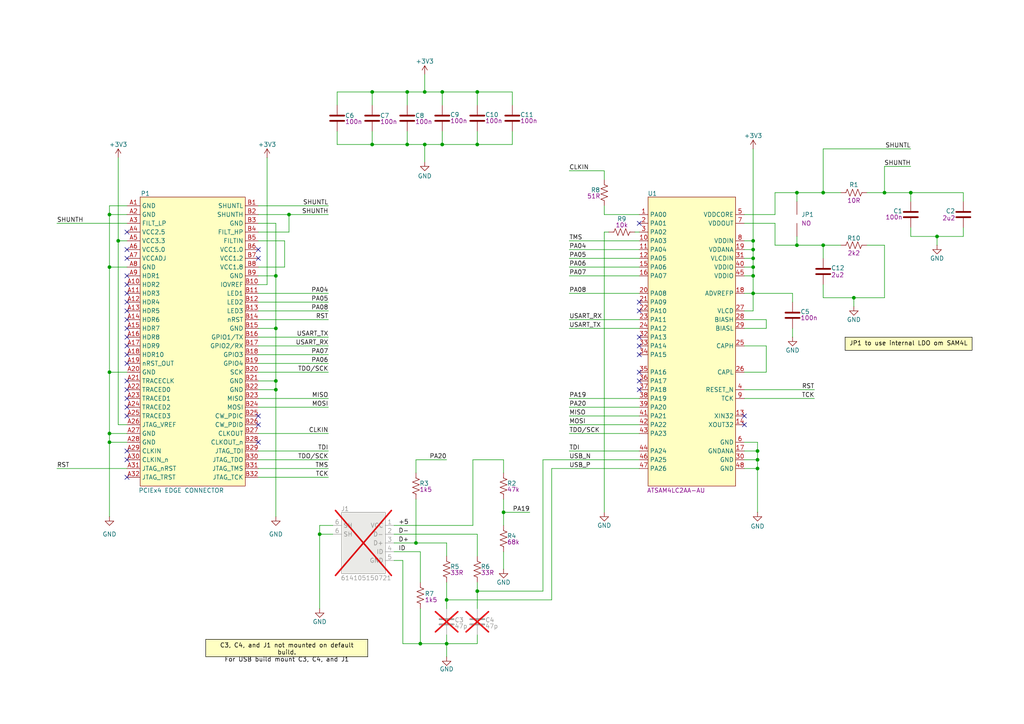
<source format=kicad_sch>
(kicad_sch (version 20231120) (generator "eeschema") (generator_version "8.0")
  (paper "A4")
  (junction (at 120.65 157.48))
  (junction (at 231.14 55.88))
  (junction (at 80.01 80.01))
  (junction (at 34.29 69.85))
  (junction (at 218.44 85.09))
  (junction (at 107.95 41.91))
  (junction (at 219.71 130.81))
  (junction (at 31.75 107.95))
  (junction (at 123.19 26.67))
  (junction (at 138.43 26.67))
  (junction (at 31.75 62.23))
  (junction (at 146.05 148.59))
  (junction (at 80.01 110.49))
  (junction (at 219.71 133.35))
  (junction (at 219.71 135.89))
  (junction (at 121.92 186.69))
  (junction (at 218.44 69.85))
  (junction (at 271.78 68.58))
  (junction (at 238.76 71.12))
  (junction (at 80.01 95.25))
  (junction (at 231.14 71.12))
  (junction (at 31.75 125.73))
  (junction (at 138.43 41.91))
  (junction (at 31.75 128.27))
  (junction (at 218.44 74.93))
  (junction (at 107.95 26.67))
  (junction (at 128.27 26.67))
  (junction (at 128.27 41.91))
  (junction (at 247.65 86.36))
  (junction (at 238.76 55.88))
  (junction (at 118.11 41.91))
  (junction (at 129.54 173.99))
  (junction (at 92.71 154.94))
  (junction (at 118.11 26.67))
  (junction (at 80.01 113.03))
  (junction (at 31.75 77.47))
  (junction (at 218.44 72.39))
  (junction (at 129.54 186.69))
  (junction (at 218.44 80.01))
  (junction (at 123.19 41.91))
  (junction (at 83.82 62.23))
  (junction (at 138.43 171.45))
  (junction (at 264.16 55.88))
  (junction (at 256.54 55.88))
  (junction (at 218.44 77.47))
  (no_connect (at 74.93 123.19))
  (no_connect (at 36.83 87.63))
  (no_connect (at 36.83 67.31))
  (no_connect (at 36.83 115.57))
  (no_connect (at 36.83 105.41))
  (no_connect (at 36.83 72.39))
  (no_connect (at 185.42 90.17))
  (no_connect (at 36.83 138.43))
  (no_connect (at 185.42 64.77))
  (no_connect (at 36.83 85.09))
  (no_connect (at 36.83 133.35))
  (no_connect (at 36.83 113.03))
  (no_connect (at 185.42 107.95))
  (no_connect (at 36.83 95.25))
  (no_connect (at 36.83 82.55))
  (no_connect (at 36.83 130.81))
  (no_connect (at 215.9 123.19))
  (no_connect (at 36.83 102.87))
  (no_connect (at 36.83 118.11))
  (no_connect (at 74.93 72.39))
  (no_connect (at 215.9 120.65))
  (no_connect (at 36.83 90.17))
  (no_connect (at 74.93 128.27))
  (no_connect (at 185.42 113.03))
  (no_connect (at 36.83 92.71))
  (no_connect (at 36.83 74.93))
  (no_connect (at 74.93 74.93))
  (no_connect (at 185.42 97.79))
  (no_connect (at 36.83 97.79))
  (no_connect (at 74.93 120.65))
  (no_connect (at 36.83 110.49))
  (no_connect (at 185.42 87.63))
  (no_connect (at 185.42 102.87))
  (no_connect (at 185.42 100.33))
  (no_connect (at 36.83 80.01))
  (no_connect (at 185.42 110.49))
  (no_connect (at 36.83 100.33))
  (no_connect (at 36.83 120.65))
  (wire (pts (xy 118.11 41.91) (xy 123.19 41.91)))
  (wire (pts (xy 215.9 133.35) (xy 219.71 133.35)))
  (wire (pts (xy 97.79 38.1) (xy 97.79 41.91)))
  (wire (pts (xy 120.65 144.78) (xy 120.65 157.48)))
  (wire (pts (xy 31.75 107.95) (xy 31.75 125.73)))
  (wire (pts (xy 160.02 173.99) (xy 129.54 173.99)))
  (wire (pts (xy 247.65 86.36) (xy 256.54 86.36)))
  (wire (pts (xy 215.9 113.03) (xy 236.22 113.03)))
  (wire (pts (xy 218.44 90.17) (xy 218.44 85.09)))
  (wire (pts (xy 256.54 71.12) (xy 256.54 86.36)))
  (wire (pts (xy 215.9 100.33) (xy 222.25 100.33)))
  (wire (pts (xy 264.16 55.88) (xy 264.16 58.42)))
  (wire (pts (xy 121.92 160.02) (xy 121.92 168.91)))
  (wire (pts (xy 97.79 26.67) (xy 107.95 26.67)))
  (wire (pts (xy 128.27 41.91) (xy 138.43 41.91)))
  (wire (pts (xy 264.16 66.04) (xy 264.16 68.58)))
  (wire (pts (xy 114.3 157.48) (xy 120.65 157.48)))
  (wire (pts (xy 74.93 133.35) (xy 95.25 133.35)))
  (wire (pts (xy 80.01 64.77) (xy 80.01 80.01)))
  (wire (pts (xy 114.3 162.56) (xy 116.84 162.56)))
  (wire (pts (xy 175.26 62.23) (xy 185.42 62.23)))
  (wire (pts (xy 238.76 43.18) (xy 264.16 43.18)))
  (wire (pts (xy 215.9 64.77) (xy 224.79 64.77)))
  (wire (pts (xy 74.93 130.81) (xy 95.25 130.81)))
  (wire (pts (xy 215.9 74.93) (xy 218.44 74.93)))
  (wire (pts (xy 247.65 86.36) (xy 247.65 88.9)))
  (wire (pts (xy 229.87 95.25) (xy 229.87 97.79)))
  (wire (pts (xy 128.27 26.67) (xy 128.27 30.48)))
  (wire (pts (xy 36.83 123.19) (xy 34.29 123.19)))
  (wire (pts (xy 238.76 55.88) (xy 243.84 55.88)))
  (wire (pts (xy 92.71 154.94) (xy 92.71 176.53)))
  (wire (pts (xy 218.44 85.09) (xy 229.87 85.09)))
  (wire (pts (xy 231.14 55.88) (xy 231.14 58.42)))
  (wire (pts (xy 218.44 72.39) (xy 218.44 74.93)))
  (wire (pts (xy 34.29 45.72) (xy 34.29 69.85)))
  (wire (pts (xy 114.3 154.94) (xy 138.43 154.94)))
  (wire (pts (xy 160.02 135.89) (xy 185.42 135.89)))
  (wire (pts (xy 16.51 135.89) (xy 36.83 135.89)))
  (wire (pts (xy 74.93 107.95) (xy 95.25 107.95)))
  (wire (pts (xy 224.79 55.88) (xy 231.14 55.88)))
  (wire (pts (xy 256.54 55.88) (xy 256.54 48.26)))
  (wire (pts (xy 146.05 148.59) (xy 146.05 152.4)))
  (wire (pts (xy 148.59 26.67) (xy 148.59 30.48)))
  (wire (pts (xy 175.26 62.23) (xy 175.26 59.69)))
  (wire (pts (xy 137.16 152.4) (xy 137.16 133.35)))
  (wire (pts (xy 82.55 77.47) (xy 74.93 77.47)))
  (wire (pts (xy 165.1 95.25) (xy 185.42 95.25)))
  (wire (pts (xy 129.54 186.69) (xy 138.43 186.69)))
  (wire (pts (xy 271.78 68.58) (xy 271.78 71.12)))
  (wire (pts (xy 123.19 26.67) (xy 128.27 26.67)))
  (wire (pts (xy 107.95 41.91) (xy 118.11 41.91)))
  (wire (pts (xy 82.55 69.85) (xy 82.55 77.47)))
  (wire (pts (xy 218.44 74.93) (xy 218.44 77.47)))
  (wire (pts (xy 74.93 115.57) (xy 95.25 115.57)))
  (wire (pts (xy 31.75 125.73) (xy 36.83 125.73)))
  (wire (pts (xy 219.71 133.35) (xy 219.71 135.89)))
  (wire (pts (xy 231.14 55.88) (xy 238.76 55.88)))
  (wire (pts (xy 36.83 59.69) (xy 31.75 59.69)))
  (wire (pts (xy 123.19 21.59) (xy 123.19 26.67)))
  (wire (pts (xy 74.93 102.87) (xy 95.25 102.87)))
  (wire (pts (xy 218.44 43.18) (xy 218.44 69.85)))
  (wire (pts (xy 107.95 26.67) (xy 107.95 30.48)))
  (wire (pts (xy 31.75 59.69) (xy 31.75 62.23)))
  (wire (pts (xy 83.82 67.31) (xy 83.82 62.23)))
  (wire (pts (xy 74.93 113.03) (xy 80.01 113.03)))
  (wire (pts (xy 74.93 90.17) (xy 95.25 90.17)))
  (wire (pts (xy 215.9 62.23) (xy 224.79 62.23)))
  (wire (pts (xy 218.44 85.09) (xy 218.44 80.01)))
  (wire (pts (xy 224.79 71.12) (xy 231.14 71.12)))
  (wire (pts (xy 34.29 123.19) (xy 34.29 69.85)))
  (wire (pts (xy 264.16 68.58) (xy 271.78 68.58)))
  (wire (pts (xy 224.79 64.77) (xy 224.79 71.12)))
  (wire (pts (xy 165.1 74.93) (xy 185.42 74.93)))
  (wire (pts (xy 165.1 120.65) (xy 185.42 120.65)))
  (wire (pts (xy 123.19 41.91) (xy 128.27 41.91)))
  (wire (pts (xy 146.05 144.78) (xy 146.05 148.59)))
  (wire (pts (xy 215.9 85.09) (xy 218.44 85.09)))
  (wire (pts (xy 215.9 72.39) (xy 218.44 72.39)))
  (wire (pts (xy 138.43 168.91) (xy 138.43 171.45)))
  (wire (pts (xy 138.43 26.67) (xy 138.43 30.48)))
  (wire (pts (xy 31.75 125.73) (xy 31.75 128.27)))
  (wire (pts (xy 218.44 77.47) (xy 218.44 80.01)))
  (wire (pts (xy 219.71 128.27) (xy 215.9 128.27)))
  (wire (pts (xy 219.71 128.27) (xy 219.71 130.81)))
  (wire (pts (xy 215.9 92.71) (xy 222.25 92.71)))
  (wire (pts (xy 74.93 100.33) (xy 95.25 100.33)))
  (wire (pts (xy 146.05 148.59) (xy 153.67 148.59)))
  (wire (pts (xy 74.93 118.11) (xy 95.25 118.11)))
  (wire (pts (xy 129.54 157.48) (xy 129.54 161.29)))
  (wire (pts (xy 165.1 125.73) (xy 185.42 125.73)))
  (wire (pts (xy 31.75 128.27) (xy 36.83 128.27)))
  (wire (pts (xy 74.93 80.01) (xy 80.01 80.01)))
  (wire (pts (xy 138.43 171.45) (xy 138.43 176.53)))
  (wire (pts (xy 165.1 77.47) (xy 185.42 77.47)))
  (wire (pts (xy 74.93 138.43) (xy 95.25 138.43)))
  (wire (pts (xy 165.1 123.19) (xy 185.42 123.19)))
  (wire (pts (xy 77.47 82.55) (xy 74.93 82.55)))
  (wire (pts (xy 165.1 72.39) (xy 185.42 72.39)))
  (wire (pts (xy 165.1 80.01) (xy 185.42 80.01)))
  (wire (pts (xy 74.93 125.73) (xy 95.25 125.73)))
  (wire (pts (xy 121.92 186.69) (xy 129.54 186.69)))
  (wire (pts (xy 165.1 49.53) (xy 175.26 49.53)))
  (wire (pts (xy 251.46 71.12) (xy 256.54 71.12)))
  (wire (pts (xy 215.9 90.17) (xy 218.44 90.17)))
  (wire (pts (xy 118.11 38.1) (xy 118.11 41.91)))
  (wire (pts (xy 215.9 69.85) (xy 218.44 69.85)))
  (wire (pts (xy 74.93 59.69) (xy 95.25 59.69)))
  (wire (pts (xy 264.16 55.88) (xy 279.4 55.88)))
  (wire (pts (xy 92.71 152.4) (xy 92.71 154.94)))
  (wire (pts (xy 165.1 115.57) (xy 185.42 115.57)))
  (wire (pts (xy 165.1 118.11) (xy 185.42 118.11)))
  (wire (pts (xy 31.75 62.23) (xy 36.83 62.23)))
  (wire (pts (xy 165.1 85.09) (xy 185.42 85.09)))
  (wire (pts (xy 165.1 92.71) (xy 185.42 92.71)))
  (wire (pts (xy 120.65 133.35) (xy 129.54 133.35)))
  (wire (pts (xy 184.15 67.31) (xy 185.42 67.31)))
  (wire (pts (xy 146.05 133.35) (xy 146.05 137.16)))
  (wire (pts (xy 138.43 186.69) (xy 138.43 184.15)))
  (wire (pts (xy 238.76 55.88) (xy 238.76 43.18)))
  (wire (pts (xy 120.65 157.48) (xy 129.54 157.48)))
  (wire (pts (xy 251.46 55.88) (xy 256.54 55.88)))
  (wire (pts (xy 74.93 105.41) (xy 95.25 105.41)))
  (wire (pts (xy 238.76 71.12) (xy 238.76 74.93)))
  (wire (pts (xy 238.76 86.36) (xy 247.65 86.36)))
  (wire (pts (xy 80.01 80.01) (xy 80.01 95.25)))
  (wire (pts (xy 231.14 71.12) (xy 238.76 71.12)))
  (wire (pts (xy 116.84 186.69) (xy 121.92 186.69)))
  (wire (pts (xy 31.75 77.47) (xy 31.75 107.95)))
  (wire (pts (xy 238.76 82.55) (xy 238.76 86.36)))
  (wire (pts (xy 218.44 69.85) (xy 218.44 72.39)))
  (wire (pts (xy 31.75 128.27) (xy 31.75 149.86)))
  (wire (pts (xy 74.93 87.63) (xy 95.25 87.63)))
  (wire (pts (xy 96.52 154.94) (xy 92.71 154.94)))
  (wire (pts (xy 129.54 184.15) (xy 129.54 186.69)))
  (wire (pts (xy 80.01 64.77) (xy 74.93 64.77)))
  (wire (pts (xy 107.95 38.1) (xy 107.95 41.91)))
  (wire (pts (xy 74.93 69.85) (xy 82.55 69.85)))
  (wire (pts (xy 129.54 173.99) (xy 129.54 176.53)))
  (wire (pts (xy 137.16 133.35) (xy 146.05 133.35)))
  (wire (pts (xy 215.9 115.57) (xy 236.22 115.57)))
  (wire (pts (xy 31.75 62.23) (xy 31.75 77.47)))
  (wire (pts (xy 218.44 80.01) (xy 215.9 80.01)))
  (wire (pts (xy 80.01 110.49) (xy 80.01 113.03)))
  (wire (pts (xy 118.11 26.67) (xy 123.19 26.67)))
  (wire (pts (xy 120.65 137.16) (xy 120.65 133.35)))
  (wire (pts (xy 77.47 45.72) (xy 77.47 82.55)))
  (wire (pts (xy 160.02 135.89) (xy 160.02 173.99)))
  (wire (pts (xy 74.93 135.89) (xy 95.25 135.89)))
  (wire (pts (xy 157.48 133.35) (xy 157.48 171.45)))
  (wire (pts (xy 138.43 41.91) (xy 148.59 41.91)))
  (wire (pts (xy 138.43 38.1) (xy 138.43 41.91)))
  (wire (pts (xy 114.3 152.4) (xy 137.16 152.4)))
  (wire (pts (xy 165.1 130.81) (xy 185.42 130.81)))
  (wire (pts (xy 219.71 135.89) (xy 219.71 148.59)))
  (wire (pts (xy 97.79 41.91) (xy 107.95 41.91)))
  (wire (pts (xy 175.26 49.53) (xy 175.26 52.07)))
  (wire (pts (xy 175.26 67.31) (xy 175.26 148.59)))
  (wire (pts (xy 224.79 62.23) (xy 224.79 55.88)))
  (wire (pts (xy 215.9 130.81) (xy 219.71 130.81)))
  (wire (pts (xy 96.52 152.4) (xy 92.71 152.4)))
  (wire (pts (xy 148.59 41.91) (xy 148.59 38.1)))
  (wire (pts (xy 175.26 67.31) (xy 176.53 67.31)))
  (wire (pts (xy 74.93 95.25) (xy 80.01 95.25)))
  (wire (pts (xy 222.25 92.71) (xy 222.25 95.25)))
  (wire (pts (xy 74.93 62.23) (xy 83.82 62.23)))
  (wire (pts (xy 215.9 135.89) (xy 219.71 135.89)))
  (wire (pts (xy 114.3 160.02) (xy 121.92 160.02)))
  (wire (pts (xy 222.25 107.95) (xy 215.9 107.95)))
  (wire (pts (xy 80.01 95.25) (xy 80.01 110.49)))
  (wire (pts (xy 16.51 64.77) (xy 36.83 64.77)))
  (wire (pts (xy 36.83 69.85) (xy 34.29 69.85)))
  (wire (pts (xy 74.93 85.09) (xy 95.25 85.09)))
  (wire (pts (xy 83.82 62.23) (xy 95.25 62.23)))
  (wire (pts (xy 157.48 133.35) (xy 185.42 133.35)))
  (wire (pts (xy 129.54 186.69) (xy 129.54 190.5)))
  (wire (pts (xy 129.54 168.91) (xy 129.54 173.99)))
  (wire (pts (xy 123.19 41.91) (xy 123.19 46.99)))
  (wire (pts (xy 256.54 55.88) (xy 264.16 55.88)))
  (wire (pts (xy 229.87 85.09) (xy 229.87 87.63)))
  (wire (pts (xy 31.75 77.47) (xy 36.83 77.47)))
  (wire (pts (xy 121.92 176.53) (xy 121.92 186.69)))
  (wire (pts (xy 219.71 130.81) (xy 219.71 133.35)))
  (wire (pts (xy 222.25 100.33) (xy 222.25 107.95)))
  (wire (pts (xy 231.14 71.12) (xy 231.14 68.58)))
  (wire (pts (xy 74.93 110.49) (xy 80.01 110.49)))
  (wire (pts (xy 279.4 55.88) (xy 279.4 58.42)))
  (wire (pts (xy 271.78 68.58) (xy 279.4 68.58)))
  (wire (pts (xy 118.11 26.67) (xy 118.11 30.48)))
  (wire (pts (xy 128.27 26.67) (xy 138.43 26.67)))
  (wire (pts (xy 222.25 95.25) (xy 215.9 95.25)))
  (wire (pts (xy 74.93 92.71) (xy 95.25 92.71)))
  (wire (pts (xy 157.48 171.45) (xy 138.43 171.45)))
  (wire (pts (xy 146.05 160.02) (xy 146.05 165.1)))
  (wire (pts (xy 31.75 107.95) (xy 36.83 107.95)))
  (wire (pts (xy 74.93 67.31) (xy 83.82 67.31)))
  (wire (pts (xy 238.76 71.12) (xy 243.84 71.12)))
  (wire (pts (xy 97.79 30.48) (xy 97.79 26.67)))
  (wire (pts (xy 74.93 97.79) (xy 95.25 97.79)))
  (wire (pts (xy 80.01 113.03) (xy 80.01 149.86)))
  (wire (pts (xy 215.9 77.47) (xy 218.44 77.47)))
  (wire (pts (xy 116.84 162.56) (xy 116.84 186.69)))
  (wire (pts (xy 256.54 48.26) (xy 264.16 48.26)))
  (wire (pts (xy 128.27 38.1) (xy 128.27 41.91)))
  (wire (pts (xy 165.1 69.85) (xy 185.42 69.85)))
  (wire (pts (xy 279.4 68.58) (xy 279.4 66.04)))
  (wire (pts (xy 107.95 26.67) (xy 118.11 26.67)))
  (wire (pts (xy 138.43 26.67) (xy 148.59 26.67)))
  (wire (pts (xy 138.43 154.94) (xy 138.43 161.29)))
  (text_box "JP1 to use internal LDO om SAM4L" (at 245.11 97.79 0) (size 36.83 3.81) (stroke (width 0) (color 0 0 0 1)) (fill (type color) (color 255 255 194 1)) (effects (font (size 1.27 1.27)) (justify top)))
  (text_box "C3, C4, and J1 not mounted on default build. \nFor USB build mount C3, C4, and J1" (at 59.69 185.42 0) (size 46.99 5.08) (stroke (width 0) (color 0 0 0 1)) (fill (type color) (color 255 255 194 1)) (effects (font (size 1.27 1.27)) (justify top)))
  (label "SHUNTL" (at 95.25 59.69 180))
  (label "USART_TX" (at 165.1 95.25 0))
  (label "D-" (at 115.57 154.94 0))
  (label "MISO" (at 165.1 120.65 0))
  (label "PA07" (at 165.1 80.01 0))
  (label "USB_P" (at 165.1 135.89 0))
  (label "PA20" (at 129.54 133.35 180))
  (label "TCK" (at 95.25 138.43 180))
  (label "PA07" (at 95.25 102.87 180))
  (label "PA06" (at 165.1 77.47 0))
  (label "PA08" (at 95.25 90.17 180))
  (label "USART_RX" (at 165.1 92.71 0))
  (label "CLKIN" (at 165.1 49.53 0))
  (label "RST" (at 16.51 135.89 0))
  (label "PA20" (at 165.1 118.11 0))
  (label "USART_RX" (at 95.25 100.33 180))
  (label "TDI" (at 165.1 130.81 0))
  (label "PA04" (at 165.1 72.39 0))
  (label "RST" (at 95.25 92.71 180))
  (label "TDO{slash}SCK" (at 165.1 125.73 0))
  (label "+5" (at 115.57 152.4 0))
  (label "MOSI" (at 95.25 118.11 180))
  (label "PA19" (at 165.1 115.57 0))
  (label "D+" (at 115.57 157.48 0))
  (label "PA05" (at 95.25 87.63 180))
  (label "SHUNTL" (at 264.16 43.18 180))
  (label "PA05" (at 165.1 74.93 0))
  (label "TDO{slash}SCK" (at 95.25 133.35 180))
  (label "TMS" (at 95.25 135.89 180))
  (label "CLKIN" (at 95.25 125.73 180))
  (label "USB_N" (at 165.1 133.35 0))
  (label "TDI" (at 95.25 130.81 180))
  (label "PA19" (at 153.67 148.59 180))
  (label "RST" (at 236.22 113.03 180))
  (label "SHUNTH" (at 16.51 64.77 0))
  (label "MISO" (at 95.25 115.57 180))
  (label "PA08" (at 165.1 85.09 0))
  (label "SHUNTH" (at 264.16 48.26 180))
  (label "PA04" (at 95.25 85.09 180))
  (label "USART_TX" (at 95.25 97.79 180))
  (label "TCK" (at 236.22 115.57 180))
  (label "TDO{slash}SCK" (at 95.25 107.95 180))
  (label "ID" (at 115.57 160.02 0))
  (label "SHUNTH" (at 95.25 62.23 180))
  (label "TMS" (at 165.1 69.85 0))
  (label "PA06" (at 95.25 105.41 180))
  (label "MOSI" (at 165.1 123.19 0))
  (symbol (lib_id "nae_caps:CAP_2u2_6.3V_0603") (at 238.76 78.74 270) (unit 1)
    (property "Reference" "C12" (at 241.046 77.724 90) (effects (justify left)))
    (property "Value" "CAP_2u2_6.3V_0603" (effects (hide yes)))
    (property "Footprint" "Capacitor_SMD:C_0603_1608Metric" (effects (hide yes)))
    (property "Datasheet" "https://www.yageo.com/upload/media/product/productsearch/datasheet/mlcc/UPY-GPHC_X7R_6.3V-to-250V_24.pdf" (effects (hide yes)))
    (property "Description" "CAP CER 2.2UF 6.3V X7R 0603" (effects (hide yes)))
    (property "Display Value" "2u2" (at 241.046 79.756 90) (effects (justify left)))
    (property "Manufacturer" "YAGEO" (effects (hide yes)))
    (property "Manufacturer Part Number" "CC0603KRX7R5BB225" (effects (hide yes)))
    (property "Supplier 1" "DigiKey" (effects (hide yes)))
    (property "Supplier 1 Part Number" "311-1795-1-ND" (effects (hide yes)))
    (property "Supplier 2" "no_data" (effects (hide yes)))
    (property "Supplier 2 Part Number" "no_data" (effects (hide yes)))
  )
  (symbol (lib_id "nae_caps:CAP_100n_10V_0603") (at 138.43 34.29 90) (unit 1)
    (property "Reference" "C10" (at 140.716 33.274 90) (effects (justify right)))
    (property "Value" "CAP_100n_10V_0603" (effects (hide yes)))
    (property "Footprint" "Capacitor_SMD:C_0603_1608Metric" (effects (hide yes)))
    (property "Datasheet" "https://www.yageo.com/upload/media/product/productsearch/datasheet/mlcc/UPY-GPHC_X7R_6.3V-to-250V_24.pdf" (effects (hide yes)))
    (property "Description" "CAP CER 0.1UF 10V X7R 0603" (effects (hide yes)))
    (property "Display Value" "100n" (at 140.716 35.052 90) (effects (justify right)))
    (property "Manufacturer" "YAGEO" (effects (hide yes)))
    (property "Manufacturer Part Number" "CC0603KRX7R6BB104" (effects (hide yes)))
    (property "Supplier 1" "DigiKey" (effects (hide yes)))
    (property "Supplier 1 Part Number" "311-4055-1-ND" (effects (hide yes)))
    (property "Supplier 2" "no_data" (effects (hide yes)))
    (property "Supplier 2 Part Number" "no_data" (effects (hide yes)))
  )
  (symbol (lib_id "0603_Yageo_Res:RES_10k_0603") (at 180.34 67.31 0) (unit 1)
    (property "Reference" "R9" (at 180.34 63.5 0))
    (property "Value" "RES_10k_0603" (effects (hide yes)))
    (property "Footprint" "Resistor_SMD:R_0603_1608Metric" (effects (hide yes)))
    (property "Datasheet" "https://www.yageo.com/upload/media/product/products/datasheet/rchip/PYu-RC_Group_51_RoHS_L_12.pdf" (effects (hide yes)))
    (property "Description" "RES 10K OHM 1% 1/10W 0603" (effects (hide yes)))
    (property "Display Value" "10k" (at 180.34 65.278 0))
    (property "Manufacturer" "YAGEO" (effects (hide yes)))
    (property "Manufacturer Part Number" "RC0603FR-0710KL" (effects (hide yes)))
    (property "Supplier 1" "DigiKey" (effects (hide yes)))
    (property "Supplier 1 Part Number" "311-10.0KHRCT-ND" (effects (hide yes)))
    (property "Supplier 2" "no_data" (effects (hide yes)))
    (property "Supplier 2 Part Number" "no_data" (effects (hide yes)))
  )
  (symbol (lib_id "power:GND") (at 129.54 190.5 0) (unit 1)
    (property "Reference" "#PWR014" (effects (hide yes)))
    (property "Value" "GND" (at 129.54 194.056 0))
    (property "Description" "Power symbol creates a global label with name \"GND\" , ground" (effects (hide yes)))
  )
  (symbol (lib_id "NAE_Connectors:CW312T-Template") (at 55.88 59.69 0) (unit 1) (in_bom no)
    (property "Reference" "P1" (at 42.164 56.134 0))
    (property "Value" "PCIEx4 EDGE CONNECTOR" (at 52.578 142.24 0))
    (property "Footprint" "tutorial_2_library:CW312_Template" (effects (hide yes)))
    (property "Description" "BOARD AND EDGE CONNECTOR TEMPLATE FOR CW312 TARGETS" (effects (hide yes)))
  )
  (symbol (lib_id "Silkscreen_Symbols:Pb_Free") (at -35.56 160.02 0) (unit 1) (in_bom no)
    (property "Reference" "PCB2" (at -33.02 158.7499 0) (effects (justify left)))
    (property "Value" "Pb_Free Symbol" (at -33.02 161.2899 0) (effects (justify left)))
    (property "Footprint" "Silkscrren_Symbols:Pb_Free_8.0x8.0mm_SilkScreen" (effects (hide yes)))
  )
  (symbol (lib_id "power:GND") (at 123.19 46.99 0) (unit 1)
    (property "Reference" "#PWR015" (effects (hide yes)))
    (property "Value" "GND" (at 123.19 51.054 0))
    (property "Description" "Power symbol creates a global label with name \"GND\" , ground" (effects (hide yes)))
  )
  (symbol (lib_id "power:GND") (at 92.71 176.53 0) (unit 1)
    (property "Reference" "#PWR012" (effects (hide yes)))
    (property "Value" "GND" (at 92.71 180.34 0))
    (property "Description" "Power symbol creates a global label with name \"GND\" , ground" (effects (hide yes)))
  )
  (symbol (lib_id "Silkscreen_Symbols:CE_Free") (at -35.56 154.94 0) (unit 1) (in_bom no)
    (property "Reference" "PCB1" (at -33.02 153.6699 0) (effects (justify left)))
    (property "Value" "CE Symbol" (at -33.02 156.2099 0) (effects (justify left)))
    (property "Footprint" "Silkscrren_Symbols:CE-Logo_8.5x6mm_SilkScreen" (effects (hide yes)))
  )
  (symbol (lib_id "power:+3V3") (at 218.44 43.18 0) (unit 1)
    (property "Reference" "#PWR05" (effects (hide yes)))
    (property "Value" "+3V3" (at 218.44 39.37 0))
    (property "Description" "Power symbol creates a global label with name \"+3V3\"" (effects (hide yes)))
  )
  (symbol (lib_id "0603_Yageo_Res:RES_51R_0603") (at 175.26 55.88 90) (unit 1)
    (property "Reference" "R8" (at 172.72 55.118 90))
    (property "Value" "RES_51R_0603" (effects (hide yes)))
    (property "Footprint" "Resistor_SMD:R_0603_1608Metric" (effects (hide yes)))
    (property "Datasheet" "https://www.yageo.com/upload/media/product/products/datasheet/rchip/PYu-RC_Group_51_RoHS_L_12.pdf" (effects (hide yes)))
    (property "Description" "RES 51 OHM 1% 1/10W 0603" (effects (hide yes)))
    (property "Display Value" "51R" (at 172.212 56.896 90))
    (property "Manufacturer" "YAGEO" (effects (hide yes)))
    (property "Manufacturer Part Number" "RC0603FR-0751RL" (effects (hide yes)))
    (property "Supplier 1" "DigiKey" (effects (hide yes)))
    (property "Supplier 1 Part Number" "311-51.0HRCT-ND" (effects (hide yes)))
    (property "Supplier 2" "no_data" (effects (hide yes)))
    (property "Supplier 2 Part Number" "no_data" (effects (hide yes)))
  )
  (symbol (lib_id "nae_caps:CAP_2u2_6.3V_0603") (at 279.4 62.23 270) (unit 1)
    (property "Reference" "C2" (at 274.32 61.214 90) (effects (justify left)))
    (property "Value" "CAP_2u2_6.3V_0603" (effects (hide yes)))
    (property "Footprint" "Capacitor_SMD:C_0603_1608Metric" (effects (hide yes)))
    (property "Datasheet" "https://www.yageo.com/upload/media/product/productsearch/datasheet/mlcc/UPY-GPHC_X7R_6.3V-to-250V_24.pdf" (effects (hide yes)))
    (property "Description" "CAP CER 2.2UF 6.3V X7R 0603" (effects (hide yes)))
    (property "Display Value" "2u2" (at 273.304 63.246 90) (effects (justify left)))
    (property "Manufacturer" "YAGEO" (effects (hide yes)))
    (property "Manufacturer Part Number" "CC0603KRX7R5BB225" (effects (hide yes)))
    (property "Supplier 1" "DigiKey" (effects (hide yes)))
    (property "Supplier 1 Part Number" "311-1795-1-ND" (effects (hide yes)))
    (property "Supplier 2" "no_data" (effects (hide yes)))
    (property "Supplier 2 Part Number" "no_data" (effects (hide yes)))
  )
  (symbol (lib_id "0603_Yageo_Res:RES_33R_0603") (at 138.43 165.1 90) (unit 1)
    (property "Reference" "R6" (at 139.446 164.3381 90) (effects (justify right)))
    (property "Value" "RES_33R_0603" (effects (hide yes)))
    (property "Footprint" "Resistor_SMD:R_0603_1608Metric" (effects (hide yes)))
    (property "Datasheet" "https://www.yageo.com/upload/media/product/products/datasheet/rchip/PYu-RC_Group_51_RoHS_L_12.pdf" (effects (hide yes)))
    (property "Description" "RES 33 OHM 1% 1/10W 0603" (effects (hide yes)))
    (property "Display Value" "33R" (at 139.446 166.116 90) (effects (justify right)))
    (property "Manufacturer" "YAGEO" (effects (hide yes)))
    (property "Manufacturer Part Number" "RC0603FR-0733RL" (effects (hide yes)))
    (property "Supplier 1" "DigiKey" (effects (hide yes)))
    (property "Supplier 1 Part Number" "13-RC0603FR-0733RLCT-ND" (effects (hide yes)))
    (property "Supplier 2" "no_data" (effects (hide yes)))
    (property "Supplier 2 Part Number" "no_data" (effects (hide yes)))
  )
  (symbol (lib_id "nae_caps:CAP_47p_50V_0603") (at 129.54 180.34 90) (unit 1) (dnp yes)
    (property "Reference" "C3" (at 131.826 179.832 90) (effects (justify right)))
    (property "Value" "CAP_47p_50V_0603" (effects (hide yes)))
    (property "Footprint" "Capacitor_SMD:C_0603_1608Metric" (effects (hide yes)))
    (property "Datasheet" "https://www.yageo.com/upload/media/product/productsearch/datasheet/mlcc/UPY-GPHC_X7R_6.3V-to-250V_24.pdf" (effects (hide yes)))
    (property "Description" "CAP CER 47PF 50V C0G/NPO 0603" (effects (hide yes)))
    (property "Display Value" "47p" (at 131.826 181.61 90) (effects (justify right)))
    (property "Manufacturer" "YAGEO" (effects (hide yes)))
    (property "Manufacturer Part Number" "CC0603JRNPO9BN470" (effects (hide yes)))
    (property "Supplier 1" "DigiKey" (effects (hide yes)))
    (property "Supplier 1 Part Number" "311-1065-1-ND" (effects (hide yes)))
  )
  (symbol (lib_id "power:GND") (at 247.65 88.9 0) (unit 1)
    (property "Reference" "#PWR010" (effects (hide yes)))
    (property "Value" "GND" (at 247.65 92.71 0))
    (property "Description" "Power symbol creates a global label with name \"GND\" , ground" (effects (hide yes)))
  )
  (symbol (lib_id "NAE_Integrated_Circuits:ATSAM4LC2AA-AU") (at 200.66 62.23 0) (unit 1)
    (property "Reference" "U1" (at 189.23 56.134 0))
    (property "Value" "ATSAM4LC2AA-AU" (effects (hide yes)))
    (property "Footprint" "Package_QFP:LQFP-48_7x7mm_P0.5mm" (effects (hide yes)))
    (property "Datasheet" "https://ww1.microchip.com/downloads/en/DeviceDoc/Atmel-42023-ARM-Microcontroller-ATSAM4L-Low-Power-LCD_Datasheet-Summary.pdf" (effects (hide yes)))
    (property "Description" "IC MCU 32BIT 128KB FLASH 48TQFP" (effects (hide yes)))
    (property "Display Value" "ATSAM4LC2AA-AU" (at 196.088 142.24 0))
    (property "Manufacturer" "Microchip Technology" (effects (hide yes)))
    (property "Manufacturer Part Number" "ATSAM4LC2AA-AU" (effects (hide yes)))
    (property "Supplier 1" "DigiKey" (effects (hide yes)))
    (property "Supplier 1 Part Number" "ATSAM4LC2AA-AU-ND" (effects (hide yes)))
  )
  (symbol (lib_id "power:GND") (at 31.75 149.86 0) (unit 1)
    (property "Reference" "#PWR01" (effects (hide yes)))
    (property "Value" "GND" (at 31.75 154.94 0))
    (property "Description" "Power symbol creates a global label with name \"GND\" , ground" (effects (hide yes)))
  )
  (symbol (lib_id "power:GND") (at 229.87 97.79 0) (unit 1)
    (property "Reference" "#PWR08" (effects (hide yes)))
    (property "Value" "GND" (at 229.87 101.6 0))
    (property "Description" "Power symbol creates a global label with name \"GND\" , ground" (effects (hide yes)))
  )
  (symbol (lib_id "nae_caps:CAP_47p_50V_0603") (at 138.43 180.34 90) (unit 1) (dnp yes)
    (property "Reference" "C4" (at 140.716 179.832 90) (effects (justify right)))
    (property "Value" "CAP_47p_50V_0603" (effects (hide yes)))
    (property "Footprint" "Capacitor_SMD:C_0603_1608Metric" (effects (hide yes)))
    (property "Datasheet" "https://www.yageo.com/upload/media/product/productsearch/datasheet/mlcc/UPY-GPHC_X7R_6.3V-to-250V_24.pdf" (effects (hide yes)))
    (property "Description" "CAP CER 47PF 50V C0G/NPO 0603" (effects (hide yes)))
    (property "Display Value" "47p" (at 140.716 181.61 90) (effects (justify right)))
    (property "Manufacturer" "YAGEO" (effects (hide yes)))
    (property "Manufacturer Part Number" "CC0603JRNPO9BN470" (effects (hide yes)))
    (property "Supplier 1" "DigiKey" (effects (hide yes)))
    (property "Supplier 1 Part Number" "311-1065-1-ND" (effects (hide yes)))
  )
  (symbol (lib_id "power:+3V3") (at 34.29 45.72 0) (unit 1)
    (property "Reference" "#PWR03" (effects (hide yes)))
    (property "Value" "+3V3" (at 34.29 41.91 0))
    (property "Description" "Power symbol creates a global label with name \"+3V3\"" (effects (hide yes)))
  )
  (symbol (lib_id "power:+3V3") (at 123.19 21.59 0) (unit 1)
    (property "Reference" "#PWR016" (effects (hide yes)))
    (property "Value" "+3V3" (at 123.19 17.78 0))
    (property "Description" "Power symbol creates a global label with name \"+3V3\"" (effects (hide yes)))
  )
  (symbol (lib_id "power:+3V3") (at 77.47 45.72 0) (unit 1)
    (property "Reference" "#PWR04" (effects (hide yes)))
    (property "Value" "+3V3" (at 77.47 41.91 0))
    (property "Description" "Power symbol creates a global label with name \"+3V3\"" (effects (hide yes)))
  )
  (symbol (lib_id "nae_caps:CAP_100n_10V_0603") (at 229.87 91.44 90) (unit 1)
    (property "Reference" "C5" (at 232.156 90.424 90) (effects (justify right)))
    (property "Value" "CAP_100n_10V_0603" (effects (hide yes)))
    (property "Footprint" "Capacitor_SMD:C_0603_1608Metric" (effects (hide yes)))
    (property "Datasheet" "https://www.yageo.com/upload/media/product/productsearch/datasheet/mlcc/UPY-GPHC_X7R_6.3V-to-250V_24.pdf" (effects (hide yes)))
    (property "Description" "CAP CER 0.1UF 10V X7R 0603" (effects (hide yes)))
    (property "Display Value" "100n" (at 232.156 92.202 90) (effects (justify right)))
    (property "Manufacturer" "YAGEO" (effects (hide yes)))
    (property "Manufacturer Part Number" "CC0603KRX7R6BB104" (effects (hide yes)))
    (property "Supplier 1" "DigiKey" (effects (hide yes)))
    (property "Supplier 1 Part Number" "311-4055-1-ND" (effects (hide yes)))
    (property "Supplier 2" "no_data" (effects (hide yes)))
    (property "Supplier 2 Part Number" "no_data" (effects (hide yes)))
  )
  (symbol (lib_id "0603_Yageo_Res:RES_2k2_0603") (at 247.65 71.12 0) (unit 1)
    (property "Reference" "R10" (at 247.65 69.088 0))
    (property "Value" "RES_2k2_0603" (effects (hide yes)))
    (property "Footprint" "Resistor_SMD:R_0603_1608Metric" (effects (hide yes)))
    (property "Datasheet" "https://www.yageo.com/upload/media/product/products/datasheet/rchip/PYu-RC_Group_51_RoHS_L_12.pdf" (effects (hide yes)))
    (property "Description" "RES 2.2K OHM 1% 1/10W 0603" (effects (hide yes)))
    (property "Display Value" "2k2" (at 247.65 73.406 0))
    (property "Manufacturer" "YAGEO" (effects (hide yes)))
    (property "Manufacturer Part Number" "RC0603FR-072K2L" (effects (hide yes)))
    (property "Supplier 1" "DigiKey" (effects (hide yes)))
    (property "Supplier 1 Part Number" "311-2.20KHRCT-ND" (effects (hide yes)))
    (property "Supplier 2" "no_data" (effects (hide yes)))
    (property "Supplier 2 Part Number" "no_data" (effects (hide yes)))
  )
  (symbol (lib_id "nae_caps:CAP_100n_10V_0603") (at 148.59 34.29 90) (unit 1)
    (property "Reference" "C11" (at 150.876 33.274 90) (effects (justify right)))
    (property "Value" "CAP_100n_10V_0603" (effects (hide yes)))
    (property "Footprint" "Capacitor_SMD:C_0603_1608Metric" (effects (hide yes)))
    (property "Datasheet" "https://www.yageo.com/upload/media/product/productsearch/datasheet/mlcc/UPY-GPHC_X7R_6.3V-to-250V_24.pdf" (effects (hide yes)))
    (property "Description" "CAP CER 0.1UF 10V X7R 0603" (effects (hide yes)))
    (property "Display Value" "100n" (at 150.876 35.052 90) (effects (justify right)))
    (property "Manufacturer" "YAGEO" (effects (hide yes)))
    (property "Manufacturer Part Number" "CC0603KRX7R6BB104" (effects (hide yes)))
    (property "Supplier 1" "DigiKey" (effects (hide yes)))
    (property "Supplier 1 Part Number" "311-4055-1-ND" (effects (hide yes)))
    (property "Supplier 2" "no_data" (effects (hide yes)))
    (property "Supplier 2 Part Number" "no_data" (effects (hide yes)))
  )
  (symbol (lib_id "power:GND") (at 219.71 148.59 0) (unit 1)
    (property "Reference" "#PWR06" (effects (hide yes)))
    (property "Value" "GND" (at 219.71 152.654 0))
    (property "Description" "Power symbol creates a global label with name \"GND\" , ground" (effects (hide yes)))
  )
  (symbol (lib_id "nae_caps:CAP_100n_10V_0603") (at 118.11 34.29 90) (unit 1)
    (property "Reference" "C8" (at 120.396 33.528 90) (effects (justify right)))
    (property "Value" "CAP_100n_10V_0603" (effects (hide yes)))
    (property "Footprint" "Capacitor_SMD:C_0603_1608Metric" (effects (hide yes)))
    (property "Datasheet" "https://www.yageo.com/upload/media/product/productsearch/datasheet/mlcc/UPY-GPHC_X7R_6.3V-to-250V_24.pdf" (effects (hide yes)))
    (property "Description" "CAP CER 0.1UF 10V X7R 0603" (effects (hide yes)))
    (property "Display Value" "100n" (at 120.396 35.306 90) (effects (justify right)))
    (property "Manufacturer" "YAGEO" (effects (hide yes)))
    (property "Manufacturer Part Number" "CC0603KRX7R6BB104" (effects (hide yes)))
    (property "Supplier 1" "DigiKey" (effects (hide yes)))
    (property "Supplier 1 Part Number" "311-4055-1-ND" (effects (hide yes)))
    (property "Supplier 2" "no_data" (effects (hide yes)))
    (property "Supplier 2 Part Number" "no_data" (effects (hide yes)))
  )
  (symbol (lib_id "power:GND") (at 146.05 165.1 0) (unit 1)
    (property "Reference" "#PWR013" (effects (hide yes)))
    (property "Value" "GND" (at 146.05 168.91 0))
    (property "Description" "Power symbol creates a global label with name \"GND\" , ground" (effects (hide yes)))
  )
  (symbol (lib_id "nae_caps:CAP_100n_10V_0603") (at 128.27 34.29 90) (unit 1)
    (property "Reference" "C9" (at 130.556 33.274 90) (effects (justify right)))
    (property "Value" "CAP_100n_10V_0603" (effects (hide yes)))
    (property "Footprint" "Capacitor_SMD:C_0603_1608Metric" (effects (hide yes)))
    (property "Datasheet" "https://www.yageo.com/upload/media/product/productsearch/datasheet/mlcc/UPY-GPHC_X7R_6.3V-to-250V_24.pdf" (effects (hide yes)))
    (property "Description" "CAP CER 0.1UF 10V X7R 0603" (effects (hide yes)))
    (property "Display Value" "100n" (at 130.556 35.052 90) (effects (justify right)))
    (property "Manufacturer" "YAGEO" (effects (hide yes)))
    (property "Manufacturer Part Number" "CC0603KRX7R6BB104" (effects (hide yes)))
    (property "Supplier 1" "DigiKey" (effects (hide yes)))
    (property "Supplier 1 Part Number" "311-4055-1-ND" (effects (hide yes)))
    (property "Supplier 2" "no_data" (effects (hide yes)))
    (property "Supplier 2 Part Number" "no_data" (effects (hide yes)))
  )
  (symbol (lib_id "nae_caps:CAP_100n_10V_0603") (at 97.79 34.29 90) (unit 1)
    (property "Reference" "C6" (at 100.076 33.528 90) (effects (justify right)))
    (property "Value" "CAP_100n_10V_0603" (effects (hide yes)))
    (property "Footprint" "Capacitor_SMD:C_0603_1608Metric" (effects (hide yes)))
    (property "Datasheet" "https://www.yageo.com/upload/media/product/productsearch/datasheet/mlcc/UPY-GPHC_X7R_6.3V-to-250V_24.pdf" (effects (hide yes)))
    (property "Description" "CAP CER 0.1UF 10V X7R 0603" (effects (hide yes)))
    (property "Display Value" "100n" (at 100.076 35.306 90) (effects (justify right)))
    (property "Manufacturer" "YAGEO" (effects (hide yes)))
    (property "Manufacturer Part Number" "CC0603KRX7R6BB104" (effects (hide yes)))
    (property "Supplier 1" "DigiKey" (effects (hide yes)))
    (property "Supplier 1 Part Number" "311-4055-1-ND" (effects (hide yes)))
    (property "Supplier 2" "no_data" (effects (hide yes)))
    (property "Supplier 2 Part Number" "no_data" (effects (hide yes)))
  )
  (symbol (lib_id "0603_Yageo_Res:RES_47k_0603") (at 146.05 140.97 90) (unit 1)
    (property "Reference" "R2" (at 147.066 140.2081 90) (effects (justify right)))
    (property "Value" "RES_47k_0603" (effects (hide yes)))
    (property "Footprint" "Resistor_SMD:R_0603_1608Metric" (effects (hide yes)))
    (property "Datasheet" "https://www.yageo.com/upload/media/product/products/datasheet/rchip/PYu-RC_Group_51_RoHS_L_12.pdf" (effects (hide yes)))
    (property "Description" "RES 47K OHM 1% 1/10W 0603" (effects (hide yes)))
    (property "Display Value" "47k" (at 147.066 141.986 90) (effects (justify right)))
    (property "Manufacturer" "YAGEO" (effects (hide yes)))
    (property "Manufacturer Part Number" "RC0603FR-0747KL" (effects (hide yes)))
    (property "Supplier 1" "DigiKey" (effects (hide yes)))
    (property "Supplier 1 Part Number" "311-47.0KHRCT-ND" (effects (hide yes)))
    (property "Supplier 2" "no_data" (effects (hide yes)))
    (property "Supplier 2 Part Number" "no_data" (effects (hide yes)))
  )
  (symbol (lib_id "power:GND") (at 175.26 148.59 0) (unit 1)
    (property "Reference" "#PWR07" (effects (hide yes)))
    (property "Value" "GND" (at 175.26 152.4 0))
    (property "Description" "Power symbol creates a global label with name \"GND\" , ground" (effects (hide yes)))
  )
  (symbol (lib_id "0603_Yageo_Res:RES_10R_0603") (at 247.65 55.88 0) (unit 1)
    (property "Reference" "R1" (at 247.65 53.594 0))
    (property "Value" "RES_10R_0603" (effects (hide yes)))
    (property "Footprint" "Resistor_SMD:R_0603_1608Metric" (effects (hide yes)))
    (property "Datasheet" "https://www.yageo.com/upload/media/product/products/datasheet/rchip/PYu-RC_Group_51_RoHS_L_12.pdf" (effects (hide yes)))
    (property "Description" "RES 10 OHM 1% 1/10W 0603" (effects (hide yes)))
    (property "Display Value" "10R" (at 247.65 58.166 0))
    (property "Manufacturer" "YAGEO" (effects (hide yes)))
    (property "Manufacturer Part Number" "RC0603FR-0710RL" (effects (hide yes)))
    (property "Supplier 1" "DigiKey" (effects (hide yes)))
    (property "Supplier 1 Part Number" "311-10.0HRCT-ND" (effects (hide yes)))
    (property "Supplier 2" "no_data" (effects (hide yes)))
    (property "Supplier 2 Part Number" "no_data" (effects (hide yes)))
  )
  (symbol (lib_id "0603_Yageo_Res:RES_1k5_0603") (at 121.92 172.72 90) (unit 1)
    (property "Reference" "R7" (at 123.19 172.212 90) (effects (justify right)))
    (property "Value" "RES_1k5_0603" (effects (hide yes)))
    (property "Footprint" "Resistor_SMD:R_0603_1608Metric" (effects (hide yes)))
    (property "Datasheet" "https://www.yageo.com/upload/media/product/products/datasheet/rchip/PYu-RC_Group_51_RoHS_L_12.pdf" (effects (hide yes)))
    (property "Description" "RES 1.5K OHM 1% 1/10W 0603" (effects (hide yes)))
    (property "Display Value" "1k5" (at 123.19 173.99 90) (effects (justify right)))
    (property "Manufacturer" "YAGEO" (effects (hide yes)))
    (property "Manufacturer Part Number" "RC0603FR-071K5L" (effects (hide yes)))
    (property "Supplier 1" "DigiKey" (effects (hide yes)))
    (property "Supplier 1 Part Number" "311-1.50KHRCT-ND" (effects (hide yes)))
    (property "Supplier 2" "no_data" (effects (hide yes)))
    (property "Supplier 2 Part Number" "no_data" (effects (hide yes)))
  )
  (symbol (lib_id "0603_Yageo_Res:RES_68k_0603") (at 146.05 156.21 90) (unit 1)
    (property "Reference" "R4" (at 147.066 155.4481 90) (effects (justify right)))
    (property "Value" "RES_68k_0603" (effects (hide yes)))
    (property "Footprint" "Resistor_SMD:R_0603_1608Metric" (effects (hide yes)))
    (property "Datasheet" "https://www.yageo.com/upload/media/product/products/datasheet/rchip/PYu-RC_Group_51_RoHS_L_12.pdf" (effects (hide yes)))
    (property "Description" "RES 68K OHM 1% 1/10W 0603" (effects (hide yes)))
    (property "Display Value" "68k" (at 147.066 157.226 90) (effects (justify right)))
    (property "Manufacturer" "YAGEO" (effects (hide yes)))
    (property "Manufacturer Part Number" "RC0603FR-0768KL" (effects (hide yes)))
    (property "Supplier 1" "DigiKey" (effects (hide yes)))
    (property "Supplier 1 Part Number" "311-68.0KHRCT-ND" (effects (hide yes)))
    (property "Supplier 2" "no_data" (effects (hide yes)))
    (property "Supplier 2 Part Number" "no_data" (effects (hide yes)))
  )
  (symbol (lib_id "nae_caps:CAP_100n_10V_0603") (at 264.16 62.23 90) (unit 1)
    (property "Reference" "C1" (at 259.08 61.214 90) (effects (justify right)))
    (property "Value" "CAP_100n_10V_0603" (effects (hide yes)))
    (property "Footprint" "Capacitor_SMD:C_0603_1608Metric" (effects (hide yes)))
    (property "Datasheet" "https://www.yageo.com/upload/media/product/productsearch/datasheet/mlcc/UPY-GPHC_X7R_6.3V-to-250V_24.pdf" (effects (hide yes)))
    (property "Description" "CAP CER 0.1UF 10V X7R 0603" (effects (hide yes)))
    (property "Display Value" "100n" (at 256.794 62.992 90) (effects (justify right)))
    (property "Manufacturer" "YAGEO" (effects (hide yes)))
    (property "Manufacturer Part Number" "CC0603KRX7R6BB104" (effects (hide yes)))
    (property "Supplier 1" "DigiKey" (effects (hide yes)))
    (property "Supplier 1 Part Number" "311-4055-1-ND" (effects (hide yes)))
    (property "Supplier 2" "no_data" (effects (hide yes)))
    (property "Supplier 2 Part Number" "no_data" (effects (hide yes)))
  )
  (symbol (lib_id "Silkscreen_Symbols:WEEE") (at -35.56 170.18 0) (unit 1) (in_bom no)
    (property "Reference" "PCB4" (at -33.02 168.9099 0) (effects (justify left)))
    (property "Value" "WEEE SYMBOL" (at -33.02 171.4499 0) (effects (justify left)))
    (property "Footprint" "Silkscrren_Symbols:WEEE-Logo_5.6x8mm_SilkScreen" (effects (hide yes)))
  )
  (symbol (lib_id "0603_Yageo_Res:RES_33R_0603") (at 129.54 165.1 90) (unit 1)
    (property "Reference" "R5" (at 130.556 164.3381 90) (effects (justify right)))
    (property "Value" "RES_33R_0603" (effects (hide yes)))
    (property "Footprint" "Resistor_SMD:R_0603_1608Metric" (effects (hide yes)))
    (property "Datasheet" "https://www.yageo.com/upload/media/product/products/datasheet/rchip/PYu-RC_Group_51_RoHS_L_12.pdf" (effects (hide yes)))
    (property "Description" "RES 33 OHM 1% 1/10W 0603" (effects (hide yes)))
    (property "Display Value" "33R" (at 130.556 166.116 90) (effects (justify right)))
    (property "Manufacturer" "YAGEO" (effects (hide yes)))
    (property "Manufacturer Part Number" "RC0603FR-0733RL" (effects (hide yes)))
    (property "Supplier 1" "DigiKey" (effects (hide yes)))
    (property "Supplier 1 Part Number" "13-RC0603FR-0733RLCT-ND" (effects (hide yes)))
    (property "Supplier 2" "no_data" (effects (hide yes)))
    (property "Supplier 2 Part Number" "no_data" (effects (hide yes)))
  )
  (symbol (lib_id "NAE_Connectors:614105150721") (at 105.41 152.4 0) (unit 1) (dnp yes)
    (property "Reference" "J1" (at 100.076 147.574 0))
    (property "Value" "614105150721" (effects (hide yes)))
    (property "Footprint" "Connector_USB:USB_Micro-B_Wuerth_614105150721_Vertical" (effects (hide yes)))
    (property "Datasheet" "https://www.we-online.com/components/products/datasheet/614105150721.pdf" (effects (hide yes)))
    (property "Description" "CONN RCPT USB2.0 MICRO B VERT" (effects (hide yes)))
    (property "Display Value" "614105150721" (at 106.172 167.64 0))
    (property "Manufacturer" "Würth Elektronik" (effects (hide yes)))
    (property "Manufacturer Part Number" "614105150721" (effects (hide yes)))
    (property "Supplier 1" "DigiKey" (effects (hide yes)))
    (property "Supplier 1 Part Number" "732-614105150721CT-ND" (effects (hide yes)))
  )
  (symbol (lib_id "0603_Yageo_Res:RES_1k5_0603") (at 120.65 140.97 90) (unit 1)
    (property "Reference" "R3" (at 121.666 140.2081 90) (effects (justify right)))
    (property "Value" "RES_1k5_0603" (effects (hide yes)))
    (property "Footprint" "Resistor_SMD:R_0603_1608Metric" (effects (hide yes)))
    (property "Datasheet" "https://www.yageo.com/upload/media/product/products/datasheet/rchip/PYu-RC_Group_51_RoHS_L_12.pdf" (effects (hide yes)))
    (property "Description" "RES 1.5K OHM 1% 1/10W 0603" (effects (hide yes)))
    (property "Display Value" "1k5" (at 121.666 141.986 90) (effects (justify right)))
    (property "Manufacturer" "YAGEO" (effects (hide yes)))
    (property "Manufacturer Part Number" "RC0603FR-071K5L" (effects (hide yes)))
    (property "Supplier 1" "DigiKey" (effects (hide yes)))
    (property "Supplier 1 Part Number" "311-1.50KHRCT-ND" (effects (hide yes)))
    (property "Supplier 2" "no_data" (effects (hide yes)))
    (property "Supplier 2 Part Number" "no_data" (effects (hide yes)))
  )
  (symbol (lib_id "NAE_Connectors:Solder_Jumper_2_NO") (at 231.14 63.5 0) (unit 1) (in_bom no)
    (property "Reference" "JP1" (at 232.41 62.2299 0) (effects (justify left)))
    (property "Footprint" "Jumper:SolderJumper-2_P1.3mm_Open_Pad1.0x1.5mm" (effects (hide yes)))
    (property "Display Value" "NO" (at 232.41 64.7699 0) (effects (justify left)))
  )
  (symbol (lib_id "Silkscreen_Symbols:UKCA") (at -35.56 165.1 0) (unit 1) (in_bom no)
    (property "Reference" "PCB3" (at -33.02 163.8299 0) (effects (justify left)))
    (property "Value" "UKCA symbol" (at -33.02 166.3699 0) (effects (justify left)))
    (property "Footprint" "Silkscrren_Symbols:UKCA-Logo_8x8mm_SilkScreen" (effects (hide yes)))
  )
  (symbol (lib_id "power:GND") (at 271.78 71.12 0) (unit 1)
    (property "Reference" "#PWR011" (effects (hide yes)))
    (property "Value" "GND" (at 271.78 74.93 0))
    (property "Description" "Power symbol creates a global label with name \"GND\" , ground" (effects (hide yes)))
  )
  (symbol (lib_id "power:GND") (at 80.01 149.86 0) (unit 1)
    (property "Reference" "#PWR02" (effects (hide yes)))
    (property "Value" "GND" (at 80.01 154.94 0))
    (property "Description" "Power symbol creates a global label with name \"GND\" , ground" (effects (hide yes)))
  )
  (symbol (lib_id "nae_caps:CAP_100n_10V_0603") (at 107.95 34.29 90) (unit 1)
    (property "Reference" "C7" (at 110.236 33.528 90) (effects (justify right)))
    (property "Value" "CAP_100n_10V_0603" (effects (hide yes)))
    (property "Footprint" "Capacitor_SMD:C_0603_1608Metric" (effects (hide yes)))
    (property "Datasheet" "https://www.yageo.com/upload/media/product/productsearch/datasheet/mlcc/UPY-GPHC_X7R_6.3V-to-250V_24.pdf" (effects (hide yes)))
    (property "Description" "CAP CER 0.1UF 10V X7R 0603" (effects (hide yes)))
    (property "Display Value" "100n" (at 110.236 35.306 90) (effects (justify right)))
    (property "Manufacturer" "YAGEO" (effects (hide yes)))
    (property "Manufacturer Part Number" "CC0603KRX7R6BB104" (effects (hide yes)))
    (property "Supplier 1" "DigiKey" (effects (hide yes)))
    (property "Supplier 1 Part Number" "311-4055-1-ND" (effects (hide yes)))
    (property "Supplier 2" "no_data" (effects (hide yes)))
    (property "Supplier 2 Part Number" "no_data" (effects (hide yes)))
  )
)
</source>
